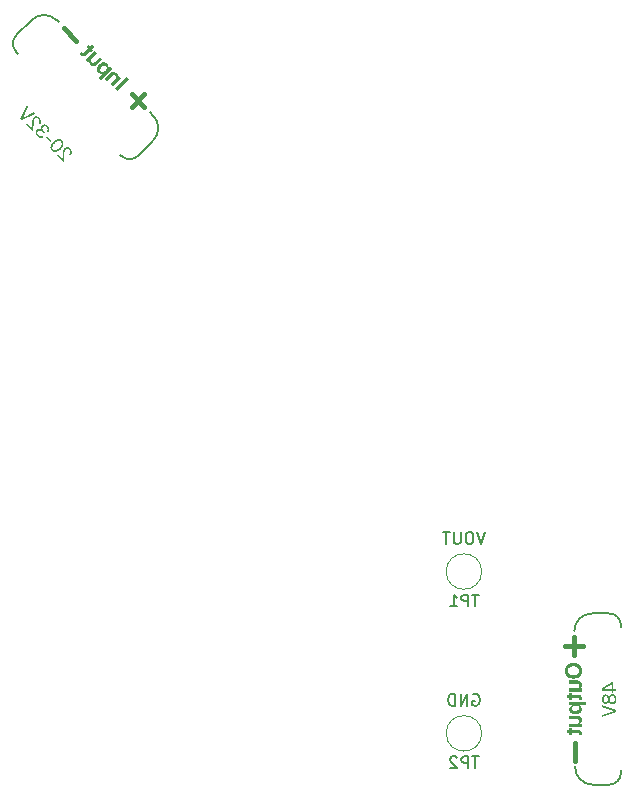
<source format=gbo>
G04 #@! TF.GenerationSoftware,KiCad,Pcbnew,8.0.1*
G04 #@! TF.CreationDate,2024-05-02T01:56:28+08:00*
G04 #@! TF.ProjectId,BatteryPod,42617474-6572-4795-906f-642e6b696361,rev?*
G04 #@! TF.SameCoordinates,Original*
G04 #@! TF.FileFunction,Legend,Bot*
G04 #@! TF.FilePolarity,Positive*
%FSLAX46Y46*%
G04 Gerber Fmt 4.6, Leading zero omitted, Abs format (unit mm)*
G04 Created by KiCad (PCBNEW 8.0.1) date 2024-05-02 01:56:28*
%MOMM*%
%LPD*%
G01*
G04 APERTURE LIST*
G04 Aperture macros list*
%AMRoundRect*
0 Rectangle with rounded corners*
0 $1 Rounding radius*
0 $2 $3 $4 $5 $6 $7 $8 $9 X,Y pos of 4 corners*
0 Add a 4 corners polygon primitive as box body*
4,1,4,$2,$3,$4,$5,$6,$7,$8,$9,$2,$3,0*
0 Add four circle primitives for the rounded corners*
1,1,$1+$1,$2,$3*
1,1,$1+$1,$4,$5*
1,1,$1+$1,$6,$7*
1,1,$1+$1,$8,$9*
0 Add four rect primitives between the rounded corners*
20,1,$1+$1,$2,$3,$4,$5,0*
20,1,$1+$1,$4,$5,$6,$7,0*
20,1,$1+$1,$6,$7,$8,$9,0*
20,1,$1+$1,$8,$9,$2,$3,0*%
G04 Aperture macros list end*
%ADD10C,0.150000*%
%ADD11C,0.400000*%
%ADD12C,0.200000*%
%ADD13C,0.300000*%
%ADD14C,0.120000*%
%ADD15C,0.100000*%
%ADD16C,2.000000*%
%ADD17RoundRect,0.250002X2.404160X0.000000X0.000000X2.404160X-2.404160X0.000000X0.000000X-2.404160X0*%
%ADD18C,3.900000*%
%ADD19C,2.500000*%
G04 APERTURE END LIST*
D10*
G36*
X141350096Y-128733915D02*
G01*
X141596000Y-128733915D01*
X141596000Y-128876650D01*
X141350096Y-128876650D01*
X141350096Y-129044006D01*
X141220549Y-129044006D01*
X141220549Y-128876650D01*
X140412496Y-128876650D01*
X140412496Y-128733915D01*
X140538819Y-128733915D01*
X141220549Y-128733915D01*
X141220549Y-128285192D01*
X141217032Y-128285192D01*
X140538819Y-128728932D01*
X140538819Y-128733915D01*
X140412496Y-128733915D01*
X140412496Y-128658297D01*
X141216446Y-128139232D01*
X141350096Y-128139232D01*
X141350096Y-128733915D01*
G37*
G36*
X141347802Y-129172358D02*
G01*
X141413023Y-129196074D01*
X141470915Y-129234065D01*
X141520492Y-129285073D01*
X141560767Y-129347842D01*
X141584277Y-129401880D01*
X141601585Y-129461295D01*
X141612274Y-129525558D01*
X141615930Y-129594138D01*
X141612274Y-129662718D01*
X141601585Y-129726981D01*
X141584277Y-129786397D01*
X141560767Y-129840435D01*
X141520492Y-129903203D01*
X141470915Y-129954211D01*
X141413023Y-129992202D01*
X141347802Y-130015919D01*
X141276237Y-130024103D01*
X141274478Y-130024103D01*
X141208098Y-130016793D01*
X141146732Y-129995678D01*
X141091791Y-129961977D01*
X141044682Y-129916913D01*
X141006815Y-129861706D01*
X140979597Y-129797576D01*
X140972008Y-129769700D01*
X140968491Y-129769700D01*
X140945520Y-129826815D01*
X140907716Y-129885058D01*
X140859947Y-129930778D01*
X140803488Y-129962607D01*
X140739614Y-129979177D01*
X140705295Y-129981312D01*
X140703536Y-129981312D01*
X140638856Y-129973860D01*
X140579568Y-129952305D01*
X140526668Y-129917850D01*
X140481153Y-129871696D01*
X140444019Y-129815046D01*
X140416261Y-129749101D01*
X140398876Y-129675065D01*
X140393243Y-129614950D01*
X140392859Y-129594138D01*
X140519768Y-129594138D01*
X140525551Y-129657539D01*
X140546687Y-129723203D01*
X140581504Y-129775541D01*
X140628089Y-129812480D01*
X140684528Y-129831943D01*
X140715846Y-129834473D01*
X140717605Y-129834473D01*
X140778363Y-129824525D01*
X140830134Y-129796065D01*
X140871040Y-129751167D01*
X140899202Y-129691907D01*
X140911581Y-129633049D01*
X140913683Y-129594138D01*
X141043229Y-129594138D01*
X141047462Y-129653276D01*
X141063975Y-129719592D01*
X141091773Y-129776027D01*
X141129587Y-129821053D01*
X141186402Y-129857870D01*
X141253624Y-129873411D01*
X141265685Y-129873747D01*
X141267151Y-129873747D01*
X141334998Y-129861933D01*
X141392988Y-129828322D01*
X141438931Y-129775662D01*
X141466432Y-129719208D01*
X141482777Y-129653024D01*
X141486969Y-129594138D01*
X141482777Y-129535253D01*
X141466432Y-129469068D01*
X141438931Y-129412615D01*
X141392988Y-129359954D01*
X141334998Y-129326343D01*
X141267151Y-129314529D01*
X141265685Y-129314529D01*
X141196942Y-129326268D01*
X141138241Y-129359722D01*
X141091773Y-129412250D01*
X141063975Y-129468685D01*
X141047462Y-129535000D01*
X141043229Y-129594138D01*
X140913683Y-129594138D01*
X140907918Y-129530737D01*
X140886831Y-129465074D01*
X140852063Y-129412735D01*
X140805490Y-129375797D01*
X140748990Y-129356333D01*
X140717605Y-129353803D01*
X140715846Y-129353803D01*
X140655196Y-129363751D01*
X140603445Y-129392211D01*
X140562505Y-129437109D01*
X140534290Y-129496369D01*
X140521876Y-129555227D01*
X140519768Y-129594138D01*
X140392859Y-129594138D01*
X140396267Y-129532844D01*
X140410903Y-129456973D01*
X140436161Y-129388893D01*
X140471045Y-129329806D01*
X140514558Y-129280915D01*
X140565705Y-129243423D01*
X140623489Y-129218530D01*
X140686915Y-129207440D01*
X140703536Y-129206964D01*
X140705295Y-129206964D01*
X140772398Y-129215392D01*
X140832724Y-129239762D01*
X140884998Y-129278707D01*
X140927943Y-129330860D01*
X140955686Y-129383422D01*
X140968491Y-129418576D01*
X140972008Y-129418576D01*
X140994571Y-129351220D01*
X141028347Y-129292297D01*
X141071928Y-129243029D01*
X141123906Y-129204637D01*
X141182871Y-129178341D01*
X141247414Y-129165362D01*
X141274478Y-129164173D01*
X141276237Y-129164173D01*
X141347802Y-129172358D01*
G37*
G36*
X141596000Y-130521479D02*
G01*
X141596000Y-130667732D01*
X140412496Y-131104145D01*
X140412496Y-130949100D01*
X141418972Y-130596218D01*
X141418972Y-130592994D01*
X140412496Y-130240112D01*
X140412496Y-130085066D01*
X141596000Y-130521479D01*
G37*
D11*
X138092533Y-134861904D02*
X138092533Y-133338095D01*
D12*
X142000000Y-135841778D02*
G75*
G02*
X140999999Y-136841779I-999992J-9D01*
G01*
X140992893Y-122346089D02*
G75*
G02*
X141992893Y-123346090I-1J-1000001D01*
G01*
D11*
X138038227Y-124338095D02*
X138038227Y-125861905D01*
X137276322Y-125100000D02*
X138800132Y-125100000D01*
D12*
X139610050Y-136841778D02*
G75*
G02*
X138110050Y-135341779I-1J1499999D01*
G01*
X138039340Y-123846089D02*
G75*
G02*
X139539339Y-122346090I1499984J15D01*
G01*
X142000000Y-135841778D02*
X142000000Y-135639697D01*
X140999999Y-136841778D02*
X139610050Y-136841778D01*
X141992893Y-123346090D02*
X141992893Y-123477460D01*
X140992893Y-122346089D02*
X139539339Y-122346089D01*
D13*
G36*
X138052674Y-126531326D02*
G01*
X138129026Y-126540145D01*
X138201200Y-126554662D01*
X138269036Y-126574729D01*
X138362301Y-126614911D01*
X138444897Y-126666746D01*
X138516280Y-126729734D01*
X138575904Y-126803374D01*
X138623226Y-126887167D01*
X138657702Y-126980611D01*
X138673280Y-127048022D01*
X138682744Y-127119351D01*
X138685935Y-127194452D01*
X138682744Y-127269609D01*
X138673280Y-127340981D01*
X138657702Y-127408420D01*
X138623226Y-127501887D01*
X138575904Y-127585680D01*
X138516280Y-127659306D01*
X138444897Y-127722269D01*
X138362301Y-127774073D01*
X138269036Y-127814224D01*
X138201200Y-127834272D01*
X138129026Y-127848774D01*
X138052674Y-127857582D01*
X137972307Y-127860551D01*
X137970255Y-127860551D01*
X137890008Y-127857571D01*
X137813761Y-127848732D01*
X137741678Y-127834184D01*
X137673921Y-127814079D01*
X137580751Y-127773834D01*
X137498226Y-127721937D01*
X137426895Y-127658899D01*
X137367305Y-127585229D01*
X137320004Y-127501439D01*
X137285539Y-127408039D01*
X137269964Y-127340686D01*
X137260501Y-127269440D01*
X137257310Y-127194452D01*
X137502139Y-127194452D01*
X137510430Y-127275596D01*
X137534746Y-127348261D01*
X137574249Y-127411726D01*
X137628101Y-127465269D01*
X137695465Y-127508169D01*
X137775504Y-127539705D01*
X137843347Y-127555465D01*
X137917495Y-127564123D01*
X137970255Y-127565799D01*
X137972307Y-127565799D01*
X138049925Y-127562110D01*
X138121721Y-127551220D01*
X138207707Y-127525953D01*
X138281699Y-127488978D01*
X138342760Y-127440918D01*
X138389953Y-127382400D01*
X138422339Y-127314049D01*
X138438982Y-127236490D01*
X138441106Y-127194452D01*
X138432814Y-127113406D01*
X138408488Y-127040787D01*
X138368960Y-126977329D01*
X138315059Y-126923764D01*
X138247613Y-126880826D01*
X138167453Y-126849248D01*
X138099488Y-126833460D01*
X138025187Y-126824785D01*
X137972307Y-126823105D01*
X137970255Y-126823105D01*
X137891942Y-126826892D01*
X137819761Y-126838036D01*
X137733650Y-126863777D01*
X137659863Y-126901252D01*
X137599213Y-126949690D01*
X137552514Y-127008322D01*
X137520579Y-127076379D01*
X137504222Y-127153091D01*
X137502139Y-127194452D01*
X137257310Y-127194452D01*
X137260489Y-127119633D01*
X137269922Y-127048512D01*
X137285451Y-126981246D01*
X137319829Y-126887912D01*
X137367035Y-126804126D01*
X137426536Y-126730412D01*
X137497800Y-126667298D01*
X137580295Y-126615308D01*
X137673488Y-126574969D01*
X137741297Y-126554808D01*
X137813467Y-126540215D01*
X137889838Y-126531344D01*
X137970255Y-126528353D01*
X137972307Y-126528353D01*
X138052674Y-126531326D01*
G37*
G36*
X138683200Y-128371409D02*
G01*
X138677972Y-128440375D01*
X138658520Y-128513448D01*
X138625737Y-128575839D01*
X138580734Y-128627426D01*
X138524618Y-128668088D01*
X138492739Y-128684285D01*
X138492739Y-128690098D01*
X138662000Y-128690098D01*
X138662000Y-128969463D01*
X137636180Y-128969463D01*
X137636180Y-128690098D01*
X138225684Y-128690098D01*
X138296317Y-128681949D01*
X138364875Y-128653044D01*
X138415534Y-128605230D01*
X138445160Y-128540592D01*
X138451706Y-128485275D01*
X138440786Y-128411908D01*
X138402724Y-128350086D01*
X138339282Y-128311789D01*
X138264512Y-128297604D01*
X138240046Y-128296867D01*
X137636180Y-128296867D01*
X137636180Y-128017160D01*
X138298517Y-128017160D01*
X138383965Y-128023111D01*
X138459892Y-128040727D01*
X138525720Y-128069651D01*
X138592927Y-128121164D01*
X138642327Y-128189093D01*
X138668269Y-128254787D01*
X138681517Y-128330184D01*
X138683200Y-128371409D01*
G37*
G36*
X138683200Y-129558283D02*
G01*
X138680435Y-129627060D01*
X138672600Y-129693008D01*
X138467778Y-129693008D01*
X138472565Y-129632826D01*
X138459799Y-129560709D01*
X138404764Y-129513671D01*
X138344337Y-129505624D01*
X137846815Y-129505624D01*
X137846815Y-129693008D01*
X137636180Y-129693008D01*
X137636180Y-129505624D01*
X137385538Y-129505624D01*
X137385538Y-129223182D01*
X137636180Y-129223182D01*
X137636180Y-129080593D01*
X137846815Y-129080593D01*
X137846815Y-129223182D01*
X138375112Y-129223182D01*
X138451574Y-129228240D01*
X138530500Y-129248950D01*
X138591872Y-129285923D01*
X138636709Y-129339457D01*
X138666028Y-129409849D01*
X138678994Y-129478500D01*
X138683200Y-129558283D01*
G37*
G36*
X138997101Y-130126245D02*
G01*
X138486926Y-130126245D01*
X138486926Y-130131717D01*
X138550243Y-130169190D01*
X138602523Y-130218150D01*
X138642687Y-130277460D01*
X138669650Y-130345985D01*
X138682333Y-130422588D01*
X138683200Y-130449721D01*
X138677955Y-130519220D01*
X138655060Y-130603343D01*
X138614731Y-130677050D01*
X138557779Y-130739627D01*
X138485013Y-130790361D01*
X138420547Y-130820211D01*
X138347983Y-130842697D01*
X138267661Y-130857518D01*
X138179924Y-130864373D01*
X138149090Y-130864836D01*
X138148406Y-130864836D01*
X138058061Y-130860699D01*
X137975155Y-130848476D01*
X137900004Y-130828448D01*
X137832924Y-130800894D01*
X137756585Y-130752936D01*
X137695906Y-130692764D01*
X137651636Y-130621043D01*
X137624525Y-130538439D01*
X137615902Y-130469745D01*
X137615321Y-130445617D01*
X137623116Y-130367555D01*
X137627508Y-130353978D01*
X137846815Y-130353978D01*
X137858560Y-130426451D01*
X137892742Y-130486717D01*
X137947778Y-130533315D01*
X138022086Y-130564784D01*
X138097588Y-130578397D01*
X138148406Y-130580684D01*
X138149090Y-130580684D01*
X138231248Y-130574388D01*
X138302006Y-130556065D01*
X138370410Y-130519391D01*
X138419124Y-130468075D01*
X138446361Y-130403578D01*
X138451706Y-130353978D01*
X138439697Y-130282330D01*
X138404967Y-130221791D01*
X138349465Y-130174307D01*
X138275137Y-130141825D01*
X138200222Y-130127622D01*
X138150115Y-130125220D01*
X138149090Y-130125220D01*
X138067295Y-130131819D01*
X137996707Y-130150865D01*
X137928325Y-130188564D01*
X137879525Y-130240616D01*
X137852187Y-130305075D01*
X137846815Y-130353978D01*
X137627508Y-130353978D01*
X137645795Y-130297455D01*
X137682306Y-130236207D01*
X137731591Y-130184707D01*
X137792598Y-130143845D01*
X137815356Y-130132742D01*
X137815356Y-130126245D01*
X137636180Y-130126245D01*
X137636180Y-129846539D01*
X138997101Y-129846539D01*
X138997101Y-130126245D01*
G37*
G36*
X138683200Y-131358597D02*
G01*
X138677972Y-131427563D01*
X138658520Y-131500635D01*
X138625737Y-131563026D01*
X138580734Y-131614614D01*
X138524618Y-131655276D01*
X138492739Y-131671472D01*
X138492739Y-131677285D01*
X138662000Y-131677285D01*
X138662000Y-131956650D01*
X137636180Y-131956650D01*
X137636180Y-131677285D01*
X138225684Y-131677285D01*
X138296317Y-131669137D01*
X138364875Y-131640231D01*
X138415534Y-131592418D01*
X138445160Y-131527780D01*
X138451706Y-131472463D01*
X138440786Y-131399096D01*
X138402724Y-131337274D01*
X138339282Y-131298977D01*
X138264512Y-131284792D01*
X138240046Y-131284054D01*
X137636180Y-131284054D01*
X137636180Y-131004347D01*
X138298517Y-131004347D01*
X138383965Y-131010299D01*
X138459892Y-131027915D01*
X138525720Y-131056839D01*
X138592927Y-131108352D01*
X138642327Y-131176281D01*
X138668269Y-131241975D01*
X138681517Y-131317371D01*
X138683200Y-131358597D01*
G37*
G36*
X138683200Y-132545471D02*
G01*
X138680435Y-132614248D01*
X138672600Y-132680195D01*
X138467778Y-132680195D01*
X138472565Y-132620014D01*
X138459799Y-132547897D01*
X138404764Y-132500858D01*
X138344337Y-132492812D01*
X137846815Y-132492812D01*
X137846815Y-132680195D01*
X137636180Y-132680195D01*
X137636180Y-132492812D01*
X137385538Y-132492812D01*
X137385538Y-132210370D01*
X137636180Y-132210370D01*
X137636180Y-132067781D01*
X137846815Y-132067781D01*
X137846815Y-132210370D01*
X138375112Y-132210370D01*
X138451574Y-132215428D01*
X138530500Y-132236138D01*
X138591872Y-132273111D01*
X138636709Y-132326645D01*
X138666028Y-132397037D01*
X138678994Y-132465688D01*
X138683200Y-132545471D01*
G37*
D12*
X90807107Y-74807107D02*
X90950000Y-74950000D01*
X92089340Y-72110660D02*
G75*
G02*
X94210660Y-72110660I1060660J-1060659D01*
G01*
X102389340Y-80189340D02*
G75*
G02*
X102389340Y-82310660I-1060640J-1060660D01*
G01*
X90807107Y-74807107D02*
G75*
G02*
X90807107Y-73392893I707093J707107D01*
G01*
X101107107Y-83592893D02*
G75*
G02*
X99692893Y-83592893I-707107J707108D01*
G01*
X99692893Y-83592893D02*
X99600000Y-83500000D01*
X94210660Y-72110660D02*
X94400000Y-72300000D01*
X90807107Y-73392893D02*
X92089340Y-72110660D01*
X102389340Y-80189340D02*
X102100000Y-79900000D01*
X101107107Y-83592893D02*
X102389340Y-82310660D01*
D13*
G36*
X99325648Y-78089065D02*
G01*
X99121095Y-77884512D01*
X100097435Y-76908172D01*
X100301988Y-77112725D01*
X99325648Y-78089065D01*
G37*
G36*
X98976022Y-77739439D02*
G01*
X98778239Y-77541657D01*
X99195082Y-77124814D01*
X99239153Y-77069220D01*
X99267113Y-77000381D01*
X99269087Y-76930789D01*
X99244318Y-76864146D01*
X99209831Y-76820403D01*
X99150416Y-76776254D01*
X99080027Y-76759212D01*
X99008289Y-76776682D01*
X98945481Y-76819351D01*
X98927665Y-76836119D01*
X98500183Y-77263600D01*
X98302642Y-77066060D01*
X98770744Y-76597958D01*
X98835442Y-76541675D01*
X98901616Y-76500408D01*
X98968611Y-76474299D01*
X99052514Y-76463200D01*
X99135400Y-76476295D01*
X99200117Y-76504381D01*
X99262710Y-76548276D01*
X99293006Y-76576197D01*
X99338235Y-76628693D01*
X99376419Y-76694003D01*
X99397637Y-76761106D01*
X99401777Y-76840626D01*
X99388367Y-76908957D01*
X99380534Y-76931625D01*
X99384402Y-76935494D01*
X99503604Y-76816292D01*
X99701386Y-77014075D01*
X98976022Y-77739439D01*
G37*
G36*
X98344899Y-75679446D02*
G01*
X98422479Y-75718685D01*
X98477151Y-75761163D01*
X98494622Y-75777813D01*
X98544309Y-75838522D01*
X98577841Y-75904128D01*
X98595332Y-75973253D01*
X98596898Y-76044520D01*
X98582654Y-76116552D01*
X98574412Y-76140495D01*
X98579006Y-76145089D01*
X98705703Y-76018392D01*
X98903486Y-76216174D01*
X97941169Y-77178491D01*
X97743386Y-76980708D01*
X98104134Y-76619960D01*
X98100266Y-76616092D01*
X98028997Y-76634366D01*
X97957409Y-76636714D01*
X97887070Y-76623175D01*
X97819550Y-76593787D01*
X97756415Y-76548588D01*
X97736616Y-76530015D01*
X97691181Y-76477164D01*
X97647887Y-76401490D01*
X97624285Y-76320854D01*
X97621402Y-76259575D01*
X97908528Y-76259575D01*
X97910368Y-76330307D01*
X97936715Y-76395173D01*
X97968008Y-76434025D01*
X98027162Y-76476196D01*
X98094527Y-76494446D01*
X98167350Y-76488776D01*
X98242875Y-76459187D01*
X98305891Y-76416256D01*
X98343021Y-76382525D01*
X98343746Y-76381799D01*
X98396917Y-76319296D01*
X98433363Y-76255914D01*
X98455059Y-76180904D01*
X98452760Y-76109590D01*
X98426511Y-76044681D01*
X98395731Y-76006302D01*
X98336179Y-75963361D01*
X98269394Y-75944917D01*
X98197528Y-75950884D01*
X98122733Y-75981175D01*
X98059718Y-76024938D01*
X98022168Y-76059254D01*
X98021685Y-76059738D01*
X97968041Y-76122284D01*
X97930964Y-76185274D01*
X97908528Y-76259575D01*
X97621402Y-76259575D01*
X97620308Y-76236334D01*
X97635887Y-76149007D01*
X97660364Y-76082316D01*
X97695775Y-76015105D01*
X97742091Y-75947829D01*
X97799283Y-75880942D01*
X97820759Y-75858812D01*
X97821242Y-75858328D01*
X97888051Y-75797370D01*
X97955317Y-75747389D01*
X98022619Y-75708412D01*
X98089535Y-75680462D01*
X98177426Y-75660394D01*
X98262881Y-75660036D01*
X98344899Y-75679446D01*
G37*
G36*
X97093944Y-75887343D02*
G01*
X97048874Y-75834880D01*
X97010959Y-75769455D01*
X96990023Y-75702157D01*
X96985367Y-75633857D01*
X96996295Y-75565424D01*
X97007384Y-75531431D01*
X97003273Y-75527320D01*
X96883588Y-75647005D01*
X96686047Y-75449464D01*
X97411411Y-74724100D01*
X97608952Y-74921641D01*
X97192110Y-75338484D01*
X97147926Y-75394190D01*
X97119888Y-75463107D01*
X97117876Y-75532738D01*
X97142633Y-75599393D01*
X97177119Y-75643137D01*
X97236720Y-75687293D01*
X97307348Y-75704095D01*
X97379288Y-75686314D01*
X97442189Y-75643474D01*
X97460011Y-75626695D01*
X97887009Y-75199697D01*
X98084791Y-75397480D01*
X97616448Y-75865823D01*
X97551819Y-75922036D01*
X97485674Y-75963268D01*
X97418674Y-75989363D01*
X97334726Y-76000460D01*
X97251762Y-75987359D01*
X97186966Y-75959250D01*
X97124285Y-75915304D01*
X97093944Y-75887343D01*
G37*
G36*
X96254697Y-75048096D02*
G01*
X96208020Y-74997508D01*
X96166928Y-74945336D01*
X96311759Y-74800505D01*
X96350929Y-74846445D01*
X96410950Y-74888413D01*
X96483127Y-74882758D01*
X96531545Y-74845720D01*
X96883346Y-74493918D01*
X96750846Y-74361418D01*
X96899788Y-74212477D01*
X97032288Y-74344976D01*
X97209518Y-74167746D01*
X97409235Y-74367463D01*
X97232005Y-74544693D01*
X97332830Y-74645519D01*
X97183889Y-74794460D01*
X97083063Y-74693635D01*
X96709501Y-75067197D01*
X96651857Y-75117688D01*
X96581404Y-75158852D01*
X96511863Y-75176105D01*
X96442304Y-75169956D01*
X96371798Y-75140913D01*
X96314086Y-75101537D01*
X96254697Y-75048096D01*
G37*
D10*
G36*
X94789676Y-84101177D02*
G01*
X94237570Y-83549071D01*
X94330210Y-83456431D01*
X94739108Y-83865330D01*
X94741595Y-83862843D01*
X94746776Y-83459747D01*
X94748360Y-83377429D01*
X94751384Y-83304746D01*
X94756053Y-83240809D01*
X94765192Y-83167628D01*
X94778104Y-83106306D01*
X94800292Y-83043118D01*
X94830084Y-82991049D01*
X94868430Y-82945982D01*
X94869673Y-82944739D01*
X94922381Y-82902133D01*
X94981010Y-82872720D01*
X95043904Y-82856520D01*
X95109406Y-82853550D01*
X95175861Y-82863831D01*
X95241610Y-82887383D01*
X95305000Y-82924225D01*
X95364372Y-82974375D01*
X95404603Y-83020142D01*
X95437431Y-83069123D01*
X95469473Y-83138032D01*
X95487839Y-83209301D01*
X95492238Y-83281012D01*
X95482373Y-83351251D01*
X95457953Y-83418101D01*
X95418682Y-83479645D01*
X95393386Y-83507829D01*
X95389863Y-83511352D01*
X95288934Y-83410423D01*
X95291835Y-83407521D01*
X95332312Y-83351323D01*
X95352477Y-83286682D01*
X95352216Y-83217747D01*
X95336312Y-83160011D01*
X95306076Y-83104574D01*
X95271525Y-83063491D01*
X95217152Y-83021601D01*
X95158373Y-82998274D01*
X95098174Y-82993493D01*
X95039538Y-83007243D01*
X94985449Y-83039507D01*
X94968945Y-83054372D01*
X94967701Y-83055616D01*
X94928860Y-83103179D01*
X94902239Y-83161104D01*
X94887450Y-83226538D01*
X94879711Y-83296980D01*
X94875933Y-83366359D01*
X94874233Y-83427210D01*
X94861591Y-84029262D01*
X94789676Y-84101177D01*
G37*
G36*
X94495133Y-82180893D02*
G01*
X94559345Y-82203452D01*
X94619909Y-82238547D01*
X94676312Y-82286315D01*
X94724055Y-82342692D01*
X94759080Y-82403187D01*
X94781535Y-82467295D01*
X94791566Y-82534510D01*
X94789320Y-82604328D01*
X94774943Y-82676243D01*
X94748581Y-82749750D01*
X94710382Y-82824344D01*
X94678411Y-82874429D01*
X94641288Y-82924622D01*
X94599055Y-82974774D01*
X94551757Y-83024736D01*
X94550513Y-83025980D01*
X94500578Y-83073251D01*
X94450432Y-83115478D01*
X94400225Y-83152614D01*
X94350112Y-83184614D01*
X94275449Y-83222882D01*
X94201853Y-83249332D01*
X94129838Y-83263810D01*
X94059917Y-83266159D01*
X93992605Y-83256224D01*
X93928418Y-83233849D01*
X93867868Y-83198879D01*
X93811471Y-83151157D01*
X93763723Y-83094734D01*
X93728682Y-83034114D01*
X93706203Y-82969822D01*
X93696140Y-82902383D01*
X93696620Y-82887154D01*
X93834874Y-82887154D01*
X93840845Y-82950661D01*
X93863326Y-83008558D01*
X93902659Y-83059968D01*
X93954025Y-83099257D01*
X94011804Y-83121621D01*
X94075145Y-83127426D01*
X94143195Y-83117039D01*
X94215102Y-83090826D01*
X94271051Y-83061002D01*
X94328329Y-83022638D01*
X94386579Y-82975887D01*
X94445439Y-82920905D01*
X94446683Y-82919662D01*
X94501639Y-82860827D01*
X94548319Y-82802648D01*
X94586580Y-82745473D01*
X94616276Y-82689653D01*
X94642298Y-82617936D01*
X94652495Y-82550076D01*
X94646524Y-82486901D01*
X94624043Y-82429239D01*
X94584709Y-82377918D01*
X94533344Y-82338540D01*
X94475564Y-82315942D01*
X94412223Y-82309805D01*
X94344173Y-82319812D01*
X94272266Y-82345643D01*
X94216318Y-82375211D01*
X94159039Y-82413367D01*
X94100790Y-82459978D01*
X94041929Y-82514909D01*
X94040686Y-82516152D01*
X93985730Y-82575038D01*
X93939049Y-82633357D01*
X93900788Y-82690740D01*
X93871093Y-82746817D01*
X93845071Y-82818914D01*
X93834874Y-82887154D01*
X93696620Y-82887154D01*
X93698348Y-82832320D01*
X93712680Y-82760159D01*
X93738993Y-82686425D01*
X93777139Y-82611641D01*
X93809072Y-82561461D01*
X93846158Y-82511204D01*
X93888352Y-82461024D01*
X93935612Y-82411078D01*
X93936855Y-82409834D01*
X93986829Y-82362548D01*
X94037014Y-82320348D01*
X94087258Y-82283276D01*
X94137409Y-82251371D01*
X94212124Y-82213293D01*
X94285770Y-82187070D01*
X94357830Y-82172838D01*
X94427789Y-82170733D01*
X94495133Y-82180893D01*
G37*
G36*
X93687952Y-82415016D02*
G01*
X93316772Y-82043836D01*
X93410862Y-81949746D01*
X93782042Y-82320926D01*
X93687952Y-82415016D01*
G37*
G36*
X92592030Y-81931716D02*
G01*
X92548791Y-81883134D01*
X92513420Y-81832177D01*
X92485973Y-81779564D01*
X92461794Y-81708078D01*
X92451926Y-81636627D01*
X92456497Y-81566913D01*
X92475636Y-81500638D01*
X92509472Y-81439506D01*
X92544570Y-81398055D01*
X92545814Y-81396811D01*
X92592100Y-81358125D01*
X92654063Y-81325952D01*
X92719158Y-81311313D01*
X92785852Y-81313730D01*
X92852614Y-81332724D01*
X92905042Y-81359532D01*
X92955748Y-81396397D01*
X92958235Y-81393910D01*
X92925529Y-81333596D01*
X92905133Y-81272055D01*
X92897642Y-81210611D01*
X92903649Y-81150587D01*
X92923745Y-81093307D01*
X92958524Y-81040094D01*
X92976680Y-81020244D01*
X92977716Y-81019208D01*
X93028288Y-80978288D01*
X93083930Y-80950810D01*
X93143459Y-80936766D01*
X93205688Y-80936153D01*
X93269433Y-80948966D01*
X93333507Y-80975200D01*
X93396727Y-81014850D01*
X93442869Y-81053388D01*
X93457907Y-81067911D01*
X93498290Y-81113016D01*
X93540671Y-81175841D01*
X93569948Y-81240752D01*
X93586117Y-81306674D01*
X93589172Y-81372534D01*
X93579108Y-81437259D01*
X93555921Y-81499775D01*
X93519606Y-81559009D01*
X93508476Y-81573179D01*
X93503295Y-81579603D01*
X93402987Y-81479296D01*
X93408168Y-81472871D01*
X93441117Y-81417583D01*
X93454751Y-81358266D01*
X93449604Y-81297008D01*
X93426208Y-81235900D01*
X93393156Y-81186600D01*
X93367548Y-81158270D01*
X93319412Y-81117438D01*
X93261343Y-81086806D01*
X93194497Y-81076352D01*
X93130211Y-81093075D01*
X93078407Y-81129001D01*
X93070148Y-81136924D01*
X93068905Y-81138167D01*
X93031586Y-81189653D01*
X93013589Y-81248062D01*
X93014915Y-81310264D01*
X93035564Y-81373127D01*
X93067532Y-81423759D01*
X93093153Y-81452561D01*
X93193460Y-81552868D01*
X93105380Y-81640948D01*
X93000513Y-81536081D01*
X92955966Y-81496869D01*
X92899226Y-81461505D01*
X92842206Y-81441690D01*
X92774764Y-81439011D01*
X92709956Y-81460016D01*
X92659155Y-81496120D01*
X92649437Y-81505409D01*
X92648401Y-81506445D01*
X92609224Y-81560877D01*
X92591333Y-81622420D01*
X92594508Y-81688133D01*
X92613087Y-81743956D01*
X92646012Y-81798928D01*
X92682597Y-81841149D01*
X92736061Y-81886532D01*
X92791174Y-81918351D01*
X92857487Y-81938633D01*
X92921680Y-81939395D01*
X92981302Y-81920647D01*
X93017300Y-81897313D01*
X93023725Y-81892132D01*
X93124033Y-81992439D01*
X93116364Y-81998864D01*
X93059808Y-82037877D01*
X92998328Y-82063826D01*
X92933103Y-82076471D01*
X92865311Y-82075571D01*
X92796130Y-82060886D01*
X92726737Y-82032175D01*
X92675263Y-82001294D01*
X92624829Y-81962286D01*
X92592030Y-81931716D01*
G37*
G36*
X92184997Y-81496497D02*
G01*
X91632891Y-80944391D01*
X91725530Y-80851752D01*
X92134429Y-81260650D01*
X92136916Y-81258163D01*
X92142097Y-80855068D01*
X92143681Y-80772750D01*
X92146705Y-80700067D01*
X92151374Y-80636130D01*
X92160512Y-80562948D01*
X92173424Y-80501626D01*
X92195612Y-80438439D01*
X92225405Y-80386370D01*
X92263751Y-80341303D01*
X92264994Y-80340059D01*
X92317702Y-80297454D01*
X92376331Y-80268041D01*
X92439225Y-80251840D01*
X92504727Y-80248871D01*
X92571181Y-80259152D01*
X92636931Y-80282704D01*
X92700320Y-80319545D01*
X92759693Y-80369696D01*
X92799924Y-80415463D01*
X92832752Y-80464444D01*
X92864793Y-80533353D01*
X92883160Y-80604621D01*
X92887558Y-80676333D01*
X92877694Y-80746572D01*
X92853274Y-80813421D01*
X92814003Y-80874966D01*
X92788707Y-80903149D01*
X92785184Y-80906672D01*
X92684255Y-80805743D01*
X92687156Y-80802842D01*
X92727633Y-80746644D01*
X92747798Y-80682003D01*
X92747536Y-80613067D01*
X92731632Y-80555332D01*
X92701397Y-80499895D01*
X92666846Y-80458812D01*
X92612472Y-80416922D01*
X92553694Y-80393595D01*
X92493495Y-80388814D01*
X92434859Y-80402564D01*
X92380769Y-80434827D01*
X92364265Y-80449693D01*
X92363022Y-80450936D01*
X92324180Y-80498500D01*
X92297559Y-80556425D01*
X92282770Y-80621859D01*
X92275031Y-80692301D01*
X92271253Y-80761680D01*
X92269554Y-80822530D01*
X92256911Y-81424583D01*
X92184997Y-81496497D01*
G37*
G36*
X91257567Y-80569067D02*
G01*
X91154151Y-80465651D01*
X91682423Y-79320197D01*
X91792057Y-79429831D01*
X91329896Y-80391042D01*
X91332176Y-80393322D01*
X92293387Y-79931161D01*
X92403021Y-80040795D01*
X91257567Y-80569067D01*
G37*
D11*
X94810465Y-72762038D02*
X95887961Y-73839534D01*
X101639534Y-79437961D02*
X100562038Y-78360465D01*
X101639534Y-78360465D02*
X100562038Y-79437961D01*
D10*
X129961904Y-134454819D02*
X129390476Y-134454819D01*
X129676190Y-135454819D02*
X129676190Y-134454819D01*
X129057142Y-135454819D02*
X129057142Y-134454819D01*
X129057142Y-134454819D02*
X128676190Y-134454819D01*
X128676190Y-134454819D02*
X128580952Y-134502438D01*
X128580952Y-134502438D02*
X128533333Y-134550057D01*
X128533333Y-134550057D02*
X128485714Y-134645295D01*
X128485714Y-134645295D02*
X128485714Y-134788152D01*
X128485714Y-134788152D02*
X128533333Y-134883390D01*
X128533333Y-134883390D02*
X128580952Y-134931009D01*
X128580952Y-134931009D02*
X128676190Y-134978628D01*
X128676190Y-134978628D02*
X129057142Y-134978628D01*
X128104761Y-134550057D02*
X128057142Y-134502438D01*
X128057142Y-134502438D02*
X127961904Y-134454819D01*
X127961904Y-134454819D02*
X127723809Y-134454819D01*
X127723809Y-134454819D02*
X127628571Y-134502438D01*
X127628571Y-134502438D02*
X127580952Y-134550057D01*
X127580952Y-134550057D02*
X127533333Y-134645295D01*
X127533333Y-134645295D02*
X127533333Y-134740533D01*
X127533333Y-134740533D02*
X127580952Y-134883390D01*
X127580952Y-134883390D02*
X128152380Y-135454819D01*
X128152380Y-135454819D02*
X127533333Y-135454819D01*
X129461904Y-129202438D02*
X129557142Y-129154819D01*
X129557142Y-129154819D02*
X129699999Y-129154819D01*
X129699999Y-129154819D02*
X129842856Y-129202438D01*
X129842856Y-129202438D02*
X129938094Y-129297676D01*
X129938094Y-129297676D02*
X129985713Y-129392914D01*
X129985713Y-129392914D02*
X130033332Y-129583390D01*
X130033332Y-129583390D02*
X130033332Y-129726247D01*
X130033332Y-129726247D02*
X129985713Y-129916723D01*
X129985713Y-129916723D02*
X129938094Y-130011961D01*
X129938094Y-130011961D02*
X129842856Y-130107200D01*
X129842856Y-130107200D02*
X129699999Y-130154819D01*
X129699999Y-130154819D02*
X129604761Y-130154819D01*
X129604761Y-130154819D02*
X129461904Y-130107200D01*
X129461904Y-130107200D02*
X129414285Y-130059580D01*
X129414285Y-130059580D02*
X129414285Y-129726247D01*
X129414285Y-129726247D02*
X129604761Y-129726247D01*
X128985713Y-130154819D02*
X128985713Y-129154819D01*
X128985713Y-129154819D02*
X128414285Y-130154819D01*
X128414285Y-130154819D02*
X128414285Y-129154819D01*
X127938094Y-130154819D02*
X127938094Y-129154819D01*
X127938094Y-129154819D02*
X127699999Y-129154819D01*
X127699999Y-129154819D02*
X127557142Y-129202438D01*
X127557142Y-129202438D02*
X127461904Y-129297676D01*
X127461904Y-129297676D02*
X127414285Y-129392914D01*
X127414285Y-129392914D02*
X127366666Y-129583390D01*
X127366666Y-129583390D02*
X127366666Y-129726247D01*
X127366666Y-129726247D02*
X127414285Y-129916723D01*
X127414285Y-129916723D02*
X127461904Y-130011961D01*
X127461904Y-130011961D02*
X127557142Y-130107200D01*
X127557142Y-130107200D02*
X127699999Y-130154819D01*
X127699999Y-130154819D02*
X127938094Y-130154819D01*
X129961904Y-120754819D02*
X129390476Y-120754819D01*
X129676190Y-121754819D02*
X129676190Y-120754819D01*
X129057142Y-121754819D02*
X129057142Y-120754819D01*
X129057142Y-120754819D02*
X128676190Y-120754819D01*
X128676190Y-120754819D02*
X128580952Y-120802438D01*
X128580952Y-120802438D02*
X128533333Y-120850057D01*
X128533333Y-120850057D02*
X128485714Y-120945295D01*
X128485714Y-120945295D02*
X128485714Y-121088152D01*
X128485714Y-121088152D02*
X128533333Y-121183390D01*
X128533333Y-121183390D02*
X128580952Y-121231009D01*
X128580952Y-121231009D02*
X128676190Y-121278628D01*
X128676190Y-121278628D02*
X129057142Y-121278628D01*
X127533333Y-121754819D02*
X128104761Y-121754819D01*
X127819047Y-121754819D02*
X127819047Y-120754819D01*
X127819047Y-120754819D02*
X127914285Y-120897676D01*
X127914285Y-120897676D02*
X128009523Y-120992914D01*
X128009523Y-120992914D02*
X128104761Y-121040533D01*
X130461904Y-115454819D02*
X130128571Y-116454819D01*
X130128571Y-116454819D02*
X129795238Y-115454819D01*
X129271428Y-115454819D02*
X129080952Y-115454819D01*
X129080952Y-115454819D02*
X128985714Y-115502438D01*
X128985714Y-115502438D02*
X128890476Y-115597676D01*
X128890476Y-115597676D02*
X128842857Y-115788152D01*
X128842857Y-115788152D02*
X128842857Y-116121485D01*
X128842857Y-116121485D02*
X128890476Y-116311961D01*
X128890476Y-116311961D02*
X128985714Y-116407200D01*
X128985714Y-116407200D02*
X129080952Y-116454819D01*
X129080952Y-116454819D02*
X129271428Y-116454819D01*
X129271428Y-116454819D02*
X129366666Y-116407200D01*
X129366666Y-116407200D02*
X129461904Y-116311961D01*
X129461904Y-116311961D02*
X129509523Y-116121485D01*
X129509523Y-116121485D02*
X129509523Y-115788152D01*
X129509523Y-115788152D02*
X129461904Y-115597676D01*
X129461904Y-115597676D02*
X129366666Y-115502438D01*
X129366666Y-115502438D02*
X129271428Y-115454819D01*
X128414285Y-115454819D02*
X128414285Y-116264342D01*
X128414285Y-116264342D02*
X128366666Y-116359580D01*
X128366666Y-116359580D02*
X128319047Y-116407200D01*
X128319047Y-116407200D02*
X128223809Y-116454819D01*
X128223809Y-116454819D02*
X128033333Y-116454819D01*
X128033333Y-116454819D02*
X127938095Y-116407200D01*
X127938095Y-116407200D02*
X127890476Y-116359580D01*
X127890476Y-116359580D02*
X127842857Y-116264342D01*
X127842857Y-116264342D02*
X127842857Y-115454819D01*
X127509523Y-115454819D02*
X126938095Y-115454819D01*
X127223809Y-116454819D02*
X127223809Y-115454819D01*
D14*
X130200000Y-132500000D02*
G75*
G02*
X127200000Y-132500000I-1500000J0D01*
G01*
X127200000Y-132500000D02*
G75*
G02*
X130200000Y-132500000I1500000J0D01*
G01*
X130200000Y-118800000D02*
G75*
G02*
X127200000Y-118800000I-1500000J0D01*
G01*
X127200000Y-118800000D02*
G75*
G02*
X130200000Y-118800000I1500000J0D01*
G01*
%LPC*%
D15*
X140000000Y-131800000D02*
X144500000Y-131800000D01*
X144500000Y-134800000D01*
X140000000Y-134800000D01*
X140000000Y-131800000D01*
G36*
X140000000Y-131800000D02*
G01*
X144500000Y-131800000D01*
X144500000Y-134800000D01*
X140000000Y-134800000D01*
X140000000Y-131800000D01*
G37*
X140000000Y-124400000D02*
X144500000Y-124400000D01*
X144500000Y-127400000D01*
X140000000Y-127400000D01*
X140000000Y-124400000D01*
G36*
X140000000Y-124400000D02*
G01*
X144500000Y-124400000D01*
X144500000Y-127400000D01*
X140000000Y-127400000D01*
X140000000Y-124400000D01*
G37*
D16*
X128700000Y-132500000D03*
X128700000Y-118800000D03*
D17*
X98000000Y-82000000D03*
D18*
X92484567Y-76484567D03*
D19*
X142700000Y-144600000D03*
X98400000Y-150100000D03*
X136050000Y-101300000D03*
X84450000Y-101300000D03*
%LPD*%
M02*

</source>
